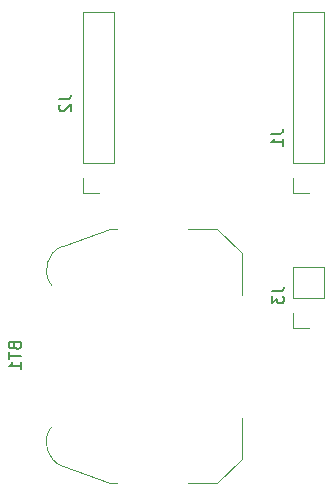
<source format=gbr>
%TF.GenerationSoftware,KiCad,Pcbnew,(5.1.9)-1*%
%TF.CreationDate,2021-05-19T15:00:27-04:00*%
%TF.ProjectId,fox_hunt_2m_fm,666f785f-6875-46e7-945f-326d5f666d2e,rev?*%
%TF.SameCoordinates,Original*%
%TF.FileFunction,Legend,Bot*%
%TF.FilePolarity,Positive*%
%FSLAX46Y46*%
G04 Gerber Fmt 4.6, Leading zero omitted, Abs format (unit mm)*
G04 Created by KiCad (PCBNEW (5.1.9)-1) date 2021-05-19 15:00:27*
%MOMM*%
%LPD*%
G01*
G04 APERTURE LIST*
%ADD10C,0.120000*%
%ADD11C,0.150000*%
G04 APERTURE END LIST*
D10*
%TO.C,J3*%
X146244000Y-144586000D02*
X147574000Y-144586000D01*
X146244000Y-143256000D02*
X146244000Y-144586000D01*
X146244000Y-141986000D02*
X148904000Y-141986000D01*
X148904000Y-141986000D02*
X148904000Y-139386000D01*
X146244000Y-141986000D02*
X146244000Y-139386000D01*
X146244000Y-139386000D02*
X148904000Y-139386000D01*
%TO.C,J2*%
X128464000Y-133156000D02*
X129794000Y-133156000D01*
X128464000Y-131826000D02*
X128464000Y-133156000D01*
X128464000Y-130556000D02*
X131124000Y-130556000D01*
X131124000Y-130556000D02*
X131124000Y-117796000D01*
X128464000Y-130556000D02*
X128464000Y-117796000D01*
X128464000Y-117796000D02*
X131124000Y-117796000D01*
%TO.C,J1*%
X146244000Y-133156000D02*
X147574000Y-133156000D01*
X146244000Y-131826000D02*
X146244000Y-133156000D01*
X146244000Y-130556000D02*
X148904000Y-130556000D01*
X148904000Y-130556000D02*
X148904000Y-117796000D01*
X146244000Y-130556000D02*
X146244000Y-117796000D01*
X146244000Y-117796000D02*
X148904000Y-117796000D01*
%TO.C,BT1*%
X141906000Y-138239000D02*
X141906000Y-141739000D01*
X131366000Y-136159000D02*
X130736000Y-136159000D01*
X139826000Y-136159000D02*
X137366000Y-136159000D01*
X131366000Y-157719000D02*
X130736000Y-157719000D01*
X139826000Y-157719000D02*
X137366000Y-157719000D01*
X130736000Y-136159000D02*
X126786000Y-137599000D01*
X141906000Y-138239000D02*
X139826000Y-136159000D01*
X141906000Y-152139000D02*
X141906000Y-155639000D01*
X141906000Y-155639000D02*
X139826000Y-157719000D01*
X130736000Y-157719000D02*
X126786000Y-156279000D01*
X126777831Y-137613756D02*
G75*
G03*
X125816000Y-140939000I738169J-2015244D01*
G01*
X125799470Y-152942354D02*
G75*
G03*
X126786000Y-156279000I1716530J-1306646D01*
G01*
%TO.C,J3*%
D11*
X144486380Y-141462166D02*
X145200666Y-141462166D01*
X145343523Y-141414547D01*
X145438761Y-141319309D01*
X145486380Y-141176452D01*
X145486380Y-141081214D01*
X144486380Y-141843119D02*
X144486380Y-142462166D01*
X144867333Y-142128833D01*
X144867333Y-142271690D01*
X144914952Y-142366928D01*
X144962571Y-142414547D01*
X145057809Y-142462166D01*
X145295904Y-142462166D01*
X145391142Y-142414547D01*
X145438761Y-142366928D01*
X145486380Y-142271690D01*
X145486380Y-141985976D01*
X145438761Y-141890738D01*
X145391142Y-141843119D01*
%TO.C,J2*%
X126452380Y-125206166D02*
X127166666Y-125206166D01*
X127309523Y-125158547D01*
X127404761Y-125063309D01*
X127452380Y-124920452D01*
X127452380Y-124825214D01*
X126547619Y-125634738D02*
X126500000Y-125682357D01*
X126452380Y-125777595D01*
X126452380Y-126015690D01*
X126500000Y-126110928D01*
X126547619Y-126158547D01*
X126642857Y-126206166D01*
X126738095Y-126206166D01*
X126880952Y-126158547D01*
X127452380Y-125587119D01*
X127452380Y-126206166D01*
%TO.C,J1*%
X144422880Y-128127166D02*
X145137166Y-128127166D01*
X145280023Y-128079547D01*
X145375261Y-127984309D01*
X145422880Y-127841452D01*
X145422880Y-127746214D01*
X145422880Y-129127166D02*
X145422880Y-128555738D01*
X145422880Y-128841452D02*
X144422880Y-128841452D01*
X144565738Y-128746214D01*
X144660976Y-128650976D01*
X144708595Y-128555738D01*
%TO.C,BT1*%
X122674071Y-146089785D02*
X122721690Y-146232642D01*
X122769309Y-146280261D01*
X122864547Y-146327880D01*
X123007404Y-146327880D01*
X123102642Y-146280261D01*
X123150261Y-146232642D01*
X123197880Y-146137404D01*
X123197880Y-145756452D01*
X122197880Y-145756452D01*
X122197880Y-146089785D01*
X122245500Y-146185023D01*
X122293119Y-146232642D01*
X122388357Y-146280261D01*
X122483595Y-146280261D01*
X122578833Y-146232642D01*
X122626452Y-146185023D01*
X122674071Y-146089785D01*
X122674071Y-145756452D01*
X122197880Y-146613595D02*
X122197880Y-147185023D01*
X123197880Y-146899309D02*
X122197880Y-146899309D01*
X123197880Y-148042166D02*
X123197880Y-147470738D01*
X123197880Y-147756452D02*
X122197880Y-147756452D01*
X122340738Y-147661214D01*
X122435976Y-147565976D01*
X122483595Y-147470738D01*
%TD*%
M02*

</source>
